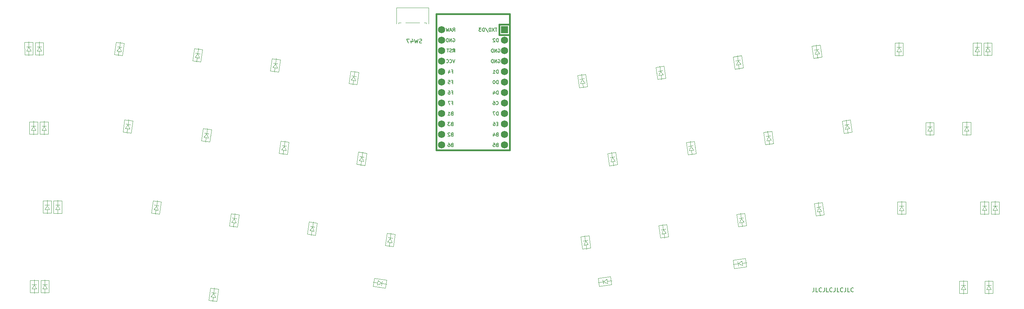
<source format=gbr>
%TF.GenerationSoftware,KiCad,Pcbnew,(5.99.0-9176-ga1730d51ff)*%
%TF.CreationDate,2021-03-31T21:37:37-05:00*%
%TF.ProjectId,Sonata,536f6e61-7461-42e6-9b69-6361645f7063,rev?*%
%TF.SameCoordinates,Original*%
%TF.FileFunction,Legend,Bot*%
%TF.FilePolarity,Positive*%
%FSLAX46Y46*%
G04 Gerber Fmt 4.6, Leading zero omitted, Abs format (unit mm)*
G04 Created by KiCad (PCBNEW (5.99.0-9176-ga1730d51ff)) date 2021-03-31 21:37:37*
%MOMM*%
%LPD*%
G01*
G04 APERTURE LIST*
%ADD10C,0.152400*%
%ADD11C,0.150000*%
%ADD12C,0.120000*%
%ADD13C,0.381000*%
%ADD14R,1.752600X1.752600*%
%ADD15C,1.752600*%
G04 APERTURE END LIST*
D10*
X277140952Y-133482380D02*
X277140952Y-134196666D01*
X277093333Y-134339523D01*
X276998095Y-134434761D01*
X276855238Y-134482380D01*
X276760000Y-134482380D01*
X278093333Y-134482380D02*
X277617142Y-134482380D01*
X277617142Y-133482380D01*
X278998095Y-134387142D02*
X278950476Y-134434761D01*
X278807619Y-134482380D01*
X278712380Y-134482380D01*
X278569523Y-134434761D01*
X278474285Y-134339523D01*
X278426666Y-134244285D01*
X278379047Y-134053809D01*
X278379047Y-133910952D01*
X278426666Y-133720476D01*
X278474285Y-133625238D01*
X278569523Y-133530000D01*
X278712380Y-133482380D01*
X278807619Y-133482380D01*
X278950476Y-133530000D01*
X278998095Y-133577619D01*
X279712380Y-133482380D02*
X279712380Y-134196666D01*
X279664761Y-134339523D01*
X279569523Y-134434761D01*
X279426666Y-134482380D01*
X279331428Y-134482380D01*
X280664761Y-134482380D02*
X280188571Y-134482380D01*
X280188571Y-133482380D01*
X281569523Y-134387142D02*
X281521904Y-134434761D01*
X281379047Y-134482380D01*
X281283809Y-134482380D01*
X281140952Y-134434761D01*
X281045714Y-134339523D01*
X280998095Y-134244285D01*
X280950476Y-134053809D01*
X280950476Y-133910952D01*
X280998095Y-133720476D01*
X281045714Y-133625238D01*
X281140952Y-133530000D01*
X281283809Y-133482380D01*
X281379047Y-133482380D01*
X281521904Y-133530000D01*
X281569523Y-133577619D01*
X282283809Y-133482380D02*
X282283809Y-134196666D01*
X282236190Y-134339523D01*
X282140952Y-134434761D01*
X281998095Y-134482380D01*
X281902857Y-134482380D01*
X283236190Y-134482380D02*
X282760000Y-134482380D01*
X282760000Y-133482380D01*
X284140952Y-134387142D02*
X284093333Y-134434761D01*
X283950476Y-134482380D01*
X283855238Y-134482380D01*
X283712380Y-134434761D01*
X283617142Y-134339523D01*
X283569523Y-134244285D01*
X283521904Y-134053809D01*
X283521904Y-133910952D01*
X283569523Y-133720476D01*
X283617142Y-133625238D01*
X283712380Y-133530000D01*
X283855238Y-133482380D01*
X283950476Y-133482380D01*
X284093333Y-133530000D01*
X284140952Y-133577619D01*
X284855238Y-133482380D02*
X284855238Y-134196666D01*
X284807619Y-134339523D01*
X284712380Y-134434761D01*
X284569523Y-134482380D01*
X284474285Y-134482380D01*
X285807619Y-134482380D02*
X285331428Y-134482380D01*
X285331428Y-133482380D01*
X286712380Y-134387142D02*
X286664761Y-134434761D01*
X286521904Y-134482380D01*
X286426666Y-134482380D01*
X286283809Y-134434761D01*
X286188571Y-134339523D01*
X286140952Y-134244285D01*
X286093333Y-134053809D01*
X286093333Y-133910952D01*
X286140952Y-133720476D01*
X286188571Y-133625238D01*
X286283809Y-133530000D01*
X286426666Y-133482380D01*
X286521904Y-133482380D01*
X286664761Y-133530000D01*
X286712380Y-133577619D01*
D11*
%TO.C,SW47*%
X182159523Y-74104761D02*
X182016666Y-74152380D01*
X181778571Y-74152380D01*
X181683333Y-74104761D01*
X181635714Y-74057142D01*
X181588095Y-73961904D01*
X181588095Y-73866666D01*
X181635714Y-73771428D01*
X181683333Y-73723809D01*
X181778571Y-73676190D01*
X181969047Y-73628571D01*
X182064285Y-73580952D01*
X182111904Y-73533333D01*
X182159523Y-73438095D01*
X182159523Y-73342857D01*
X182111904Y-73247619D01*
X182064285Y-73200000D01*
X181969047Y-73152380D01*
X181730952Y-73152380D01*
X181588095Y-73200000D01*
X181254761Y-73152380D02*
X181016666Y-74152380D01*
X180826190Y-73438095D01*
X180635714Y-74152380D01*
X180397619Y-73152380D01*
X179588095Y-73485714D02*
X179588095Y-74152380D01*
X179826190Y-73104761D02*
X180064285Y-73819047D01*
X179445238Y-73819047D01*
X179159523Y-73152380D02*
X178492857Y-73152380D01*
X178921428Y-74152380D01*
%TO.C,U1*%
X200650476Y-91621904D02*
X200650476Y-90821904D01*
X200460000Y-90821904D01*
X200345714Y-90860000D01*
X200269523Y-90936190D01*
X200231428Y-91012380D01*
X200193333Y-91164761D01*
X200193333Y-91279047D01*
X200231428Y-91431428D01*
X200269523Y-91507619D01*
X200345714Y-91583809D01*
X200460000Y-91621904D01*
X200650476Y-91621904D01*
X199926666Y-90821904D02*
X199393333Y-90821904D01*
X199736190Y-91621904D01*
X189747523Y-73080000D02*
X189823714Y-73041904D01*
X189938000Y-73041904D01*
X190052285Y-73080000D01*
X190128476Y-73156190D01*
X190166571Y-73232380D01*
X190204666Y-73384761D01*
X190204666Y-73499047D01*
X190166571Y-73651428D01*
X190128476Y-73727619D01*
X190052285Y-73803809D01*
X189938000Y-73841904D01*
X189861809Y-73841904D01*
X189747523Y-73803809D01*
X189709428Y-73765714D01*
X189709428Y-73499047D01*
X189861809Y-73499047D01*
X189366571Y-73841904D02*
X189366571Y-73041904D01*
X188909428Y-73841904D01*
X188909428Y-73041904D01*
X188528476Y-73841904D02*
X188528476Y-73041904D01*
X188338000Y-73041904D01*
X188223714Y-73080000D01*
X188147523Y-73156190D01*
X188109428Y-73232380D01*
X188071333Y-73384761D01*
X188071333Y-73499047D01*
X188109428Y-73651428D01*
X188147523Y-73727619D01*
X188223714Y-73803809D01*
X188338000Y-73841904D01*
X188528476Y-73841904D01*
X190204666Y-78121904D02*
X189938000Y-78921904D01*
X189671333Y-78121904D01*
X188947523Y-78845714D02*
X188985619Y-78883809D01*
X189099904Y-78921904D01*
X189176095Y-78921904D01*
X189290380Y-78883809D01*
X189366571Y-78807619D01*
X189404666Y-78731428D01*
X189442761Y-78579047D01*
X189442761Y-78464761D01*
X189404666Y-78312380D01*
X189366571Y-78236190D01*
X189290380Y-78160000D01*
X189176095Y-78121904D01*
X189099904Y-78121904D01*
X188985619Y-78160000D01*
X188947523Y-78198095D01*
X188147523Y-78845714D02*
X188185619Y-78883809D01*
X188299904Y-78921904D01*
X188376095Y-78921904D01*
X188490380Y-78883809D01*
X188566571Y-78807619D01*
X188604666Y-78731428D01*
X188642761Y-78579047D01*
X188642761Y-78464761D01*
X188604666Y-78312380D01*
X188566571Y-78236190D01*
X188490380Y-78160000D01*
X188376095Y-78121904D01*
X188299904Y-78121904D01*
X188185619Y-78160000D01*
X188147523Y-78198095D01*
X200650476Y-84001904D02*
X200650476Y-83201904D01*
X200460000Y-83201904D01*
X200345714Y-83240000D01*
X200269523Y-83316190D01*
X200231428Y-83392380D01*
X200193333Y-83544761D01*
X200193333Y-83659047D01*
X200231428Y-83811428D01*
X200269523Y-83887619D01*
X200345714Y-83963809D01*
X200460000Y-84001904D01*
X200650476Y-84001904D01*
X199698095Y-83201904D02*
X199621904Y-83201904D01*
X199545714Y-83240000D01*
X199507619Y-83278095D01*
X199469523Y-83354285D01*
X199431428Y-83506666D01*
X199431428Y-83697142D01*
X199469523Y-83849523D01*
X199507619Y-83925714D01*
X199545714Y-83963809D01*
X199621904Y-84001904D01*
X199698095Y-84001904D01*
X199774285Y-83963809D01*
X199812380Y-83925714D01*
X199850476Y-83849523D01*
X199888571Y-83697142D01*
X199888571Y-83506666D01*
X199850476Y-83354285D01*
X199812380Y-83278095D01*
X199774285Y-83240000D01*
X199698095Y-83201904D01*
X189404666Y-86122857D02*
X189671333Y-86122857D01*
X189671333Y-86541904D02*
X189671333Y-85741904D01*
X189290380Y-85741904D01*
X188642761Y-85741904D02*
X188795142Y-85741904D01*
X188871333Y-85780000D01*
X188909428Y-85818095D01*
X188985619Y-85932380D01*
X189023714Y-86084761D01*
X189023714Y-86389523D01*
X188985619Y-86465714D01*
X188947523Y-86503809D01*
X188871333Y-86541904D01*
X188718952Y-86541904D01*
X188642761Y-86503809D01*
X188604666Y-86465714D01*
X188566571Y-86389523D01*
X188566571Y-86199047D01*
X188604666Y-86122857D01*
X188642761Y-86084761D01*
X188718952Y-86046666D01*
X188871333Y-86046666D01*
X188947523Y-86084761D01*
X188985619Y-86122857D01*
X189023714Y-86199047D01*
X189461809Y-91202857D02*
X189347523Y-91240952D01*
X189309428Y-91279047D01*
X189271333Y-91355238D01*
X189271333Y-91469523D01*
X189309428Y-91545714D01*
X189347523Y-91583809D01*
X189423714Y-91621904D01*
X189728476Y-91621904D01*
X189728476Y-90821904D01*
X189461809Y-90821904D01*
X189385619Y-90860000D01*
X189347523Y-90898095D01*
X189309428Y-90974285D01*
X189309428Y-91050476D01*
X189347523Y-91126666D01*
X189385619Y-91164761D01*
X189461809Y-91202857D01*
X189728476Y-91202857D01*
X188509428Y-91621904D02*
X188966571Y-91621904D01*
X188738000Y-91621904D02*
X188738000Y-90821904D01*
X188814190Y-90936190D01*
X188890380Y-91012380D01*
X188966571Y-91050476D01*
X200669523Y-78160000D02*
X200745714Y-78121904D01*
X200860000Y-78121904D01*
X200974285Y-78160000D01*
X201050476Y-78236190D01*
X201088571Y-78312380D01*
X201126666Y-78464761D01*
X201126666Y-78579047D01*
X201088571Y-78731428D01*
X201050476Y-78807619D01*
X200974285Y-78883809D01*
X200860000Y-78921904D01*
X200783809Y-78921904D01*
X200669523Y-78883809D01*
X200631428Y-78845714D01*
X200631428Y-78579047D01*
X200783809Y-78579047D01*
X200288571Y-78921904D02*
X200288571Y-78121904D01*
X199831428Y-78921904D01*
X199831428Y-78121904D01*
X199450476Y-78921904D02*
X199450476Y-78121904D01*
X199260000Y-78121904D01*
X199145714Y-78160000D01*
X199069523Y-78236190D01*
X199031428Y-78312380D01*
X198993333Y-78464761D01*
X198993333Y-78579047D01*
X199031428Y-78731428D01*
X199069523Y-78807619D01*
X199145714Y-78883809D01*
X199260000Y-78921904D01*
X199450476Y-78921904D01*
X189404666Y-81042857D02*
X189671333Y-81042857D01*
X189671333Y-81461904D02*
X189671333Y-80661904D01*
X189290380Y-80661904D01*
X188642761Y-80928571D02*
X188642761Y-81461904D01*
X188833238Y-80623809D02*
X189023714Y-81195238D01*
X188528476Y-81195238D01*
X200650476Y-86541904D02*
X200650476Y-85741904D01*
X200460000Y-85741904D01*
X200345714Y-85780000D01*
X200269523Y-85856190D01*
X200231428Y-85932380D01*
X200193333Y-86084761D01*
X200193333Y-86199047D01*
X200231428Y-86351428D01*
X200269523Y-86427619D01*
X200345714Y-86503809D01*
X200460000Y-86541904D01*
X200650476Y-86541904D01*
X199507619Y-86008571D02*
X199507619Y-86541904D01*
X199698095Y-85703809D02*
X199888571Y-86275238D01*
X199393333Y-86275238D01*
X189461809Y-93742857D02*
X189347523Y-93780952D01*
X189309428Y-93819047D01*
X189271333Y-93895238D01*
X189271333Y-94009523D01*
X189309428Y-94085714D01*
X189347523Y-94123809D01*
X189423714Y-94161904D01*
X189728476Y-94161904D01*
X189728476Y-93361904D01*
X189461809Y-93361904D01*
X189385619Y-93400000D01*
X189347523Y-93438095D01*
X189309428Y-93514285D01*
X189309428Y-93590476D01*
X189347523Y-93666666D01*
X189385619Y-93704761D01*
X189461809Y-93742857D01*
X189728476Y-93742857D01*
X189004666Y-93361904D02*
X188509428Y-93361904D01*
X188776095Y-93666666D01*
X188661809Y-93666666D01*
X188585619Y-93704761D01*
X188547523Y-93742857D01*
X188509428Y-93819047D01*
X188509428Y-94009523D01*
X188547523Y-94085714D01*
X188585619Y-94123809D01*
X188661809Y-94161904D01*
X188890380Y-94161904D01*
X188966571Y-94123809D01*
X189004666Y-94085714D01*
X189399213Y-76313809D02*
X189284927Y-76351904D01*
X189094451Y-76351904D01*
X189018260Y-76313809D01*
X188980165Y-76275714D01*
X188942070Y-76199523D01*
X188942070Y-76123333D01*
X188980165Y-76047142D01*
X189018260Y-76009047D01*
X189094451Y-75970952D01*
X189246832Y-75932857D01*
X189323022Y-75894761D01*
X189361118Y-75856666D01*
X189399213Y-75780476D01*
X189399213Y-75704285D01*
X189361118Y-75628095D01*
X189323022Y-75590000D01*
X189246832Y-75551904D01*
X189056356Y-75551904D01*
X188942070Y-75590000D01*
X188713499Y-75551904D02*
X188256356Y-75551904D01*
X188484927Y-76351904D02*
X188484927Y-75551904D01*
X189404666Y-88662857D02*
X189671333Y-88662857D01*
X189671333Y-89081904D02*
X189671333Y-88281904D01*
X189290380Y-88281904D01*
X189061809Y-88281904D02*
X188528476Y-88281904D01*
X188871333Y-89081904D01*
X200193333Y-89005714D02*
X200231428Y-89043809D01*
X200345714Y-89081904D01*
X200421904Y-89081904D01*
X200536190Y-89043809D01*
X200612380Y-88967619D01*
X200650476Y-88891428D01*
X200688571Y-88739047D01*
X200688571Y-88624761D01*
X200650476Y-88472380D01*
X200612380Y-88396190D01*
X200536190Y-88320000D01*
X200421904Y-88281904D01*
X200345714Y-88281904D01*
X200231428Y-88320000D01*
X200193333Y-88358095D01*
X199507619Y-88281904D02*
X199660000Y-88281904D01*
X199736190Y-88320000D01*
X199774285Y-88358095D01*
X199850476Y-88472380D01*
X199888571Y-88624761D01*
X199888571Y-88929523D01*
X199850476Y-89005714D01*
X199812380Y-89043809D01*
X199736190Y-89081904D01*
X199583809Y-89081904D01*
X199507619Y-89043809D01*
X199469523Y-89005714D01*
X199431428Y-88929523D01*
X199431428Y-88739047D01*
X199469523Y-88662857D01*
X199507619Y-88624761D01*
X199583809Y-88586666D01*
X199736190Y-88586666D01*
X199812380Y-88624761D01*
X199850476Y-88662857D01*
X199888571Y-88739047D01*
X189461809Y-96282857D02*
X189347523Y-96320952D01*
X189309428Y-96359047D01*
X189271333Y-96435238D01*
X189271333Y-96549523D01*
X189309428Y-96625714D01*
X189347523Y-96663809D01*
X189423714Y-96701904D01*
X189728476Y-96701904D01*
X189728476Y-95901904D01*
X189461809Y-95901904D01*
X189385619Y-95940000D01*
X189347523Y-95978095D01*
X189309428Y-96054285D01*
X189309428Y-96130476D01*
X189347523Y-96206666D01*
X189385619Y-96244761D01*
X189461809Y-96282857D01*
X189728476Y-96282857D01*
X188966571Y-95978095D02*
X188928476Y-95940000D01*
X188852285Y-95901904D01*
X188661809Y-95901904D01*
X188585619Y-95940000D01*
X188547523Y-95978095D01*
X188509428Y-96054285D01*
X188509428Y-96130476D01*
X188547523Y-96244761D01*
X189004666Y-96701904D01*
X188509428Y-96701904D01*
X189461809Y-98822857D02*
X189347523Y-98860952D01*
X189309428Y-98899047D01*
X189271333Y-98975238D01*
X189271333Y-99089523D01*
X189309428Y-99165714D01*
X189347523Y-99203809D01*
X189423714Y-99241904D01*
X189728476Y-99241904D01*
X189728476Y-98441904D01*
X189461809Y-98441904D01*
X189385619Y-98480000D01*
X189347523Y-98518095D01*
X189309428Y-98594285D01*
X189309428Y-98670476D01*
X189347523Y-98746666D01*
X189385619Y-98784761D01*
X189461809Y-98822857D01*
X189728476Y-98822857D01*
X188585619Y-98441904D02*
X188738000Y-98441904D01*
X188814190Y-98480000D01*
X188852285Y-98518095D01*
X188928476Y-98632380D01*
X188966571Y-98784761D01*
X188966571Y-99089523D01*
X188928476Y-99165714D01*
X188890380Y-99203809D01*
X188814190Y-99241904D01*
X188661809Y-99241904D01*
X188585619Y-99203809D01*
X188547523Y-99165714D01*
X188509428Y-99089523D01*
X188509428Y-98899047D01*
X188547523Y-98822857D01*
X188585619Y-98784761D01*
X188661809Y-98746666D01*
X188814190Y-98746666D01*
X188890380Y-98784761D01*
X188928476Y-98822857D01*
X188966571Y-98899047D01*
X189690380Y-71301904D02*
X189957047Y-70920952D01*
X190147523Y-71301904D02*
X190147523Y-70501904D01*
X189842761Y-70501904D01*
X189766571Y-70540000D01*
X189728476Y-70578095D01*
X189690380Y-70654285D01*
X189690380Y-70768571D01*
X189728476Y-70844761D01*
X189766571Y-70882857D01*
X189842761Y-70920952D01*
X190147523Y-70920952D01*
X189385619Y-71073333D02*
X189004666Y-71073333D01*
X189461809Y-71301904D02*
X189195142Y-70501904D01*
X188928476Y-71301904D01*
X188738000Y-70501904D02*
X188547523Y-71301904D01*
X188395142Y-70730476D01*
X188242761Y-71301904D01*
X188052285Y-70501904D01*
X189404666Y-83582857D02*
X189671333Y-83582857D01*
X189671333Y-84001904D02*
X189671333Y-83201904D01*
X189290380Y-83201904D01*
X188604666Y-83201904D02*
X188985619Y-83201904D01*
X189023714Y-83582857D01*
X188985619Y-83544761D01*
X188909428Y-83506666D01*
X188718952Y-83506666D01*
X188642761Y-83544761D01*
X188604666Y-83582857D01*
X188566571Y-83659047D01*
X188566571Y-83849523D01*
X188604666Y-83925714D01*
X188642761Y-83963809D01*
X188718952Y-84001904D01*
X188909428Y-84001904D01*
X188985619Y-83963809D01*
X189023714Y-83925714D01*
X200361348Y-70501904D02*
X199904205Y-70501904D01*
X200132776Y-71301904D02*
X200132776Y-70501904D01*
X199713729Y-70501904D02*
X199180395Y-71301904D01*
X199180395Y-70501904D02*
X199713729Y-71301904D01*
X198723252Y-70501904D02*
X198647062Y-70501904D01*
X198570872Y-70540000D01*
X198532776Y-70578095D01*
X198494681Y-70654285D01*
X198456586Y-70806666D01*
X198456586Y-70997142D01*
X198494681Y-71149523D01*
X198532776Y-71225714D01*
X198570872Y-71263809D01*
X198647062Y-71301904D01*
X198723252Y-71301904D01*
X198799443Y-71263809D01*
X198837538Y-71225714D01*
X198875633Y-71149523D01*
X198913729Y-70997142D01*
X198913729Y-70806666D01*
X198875633Y-70654285D01*
X198837538Y-70578095D01*
X198799443Y-70540000D01*
X198723252Y-70501904D01*
X197542300Y-70463809D02*
X198228014Y-71492380D01*
X197275633Y-71301904D02*
X197275633Y-70501904D01*
X197085157Y-70501904D01*
X196970872Y-70540000D01*
X196894681Y-70616190D01*
X196856586Y-70692380D01*
X196818491Y-70844761D01*
X196818491Y-70959047D01*
X196856586Y-71111428D01*
X196894681Y-71187619D01*
X196970872Y-71263809D01*
X197085157Y-71301904D01*
X197275633Y-71301904D01*
X196551824Y-70501904D02*
X196056586Y-70501904D01*
X196323252Y-70806666D01*
X196208967Y-70806666D01*
X196132776Y-70844761D01*
X196094681Y-70882857D01*
X196056586Y-70959047D01*
X196056586Y-71149523D01*
X196094681Y-71225714D01*
X196132776Y-71263809D01*
X196208967Y-71301904D01*
X196437538Y-71301904D01*
X196513729Y-71263809D01*
X196551824Y-71225714D01*
X200612380Y-93742857D02*
X200345714Y-93742857D01*
X200231428Y-94161904D02*
X200612380Y-94161904D01*
X200612380Y-93361904D01*
X200231428Y-93361904D01*
X199545714Y-93361904D02*
X199698095Y-93361904D01*
X199774285Y-93400000D01*
X199812380Y-93438095D01*
X199888571Y-93552380D01*
X199926666Y-93704761D01*
X199926666Y-94009523D01*
X199888571Y-94085714D01*
X199850476Y-94123809D01*
X199774285Y-94161904D01*
X199621904Y-94161904D01*
X199545714Y-94123809D01*
X199507619Y-94085714D01*
X199469523Y-94009523D01*
X199469523Y-93819047D01*
X199507619Y-93742857D01*
X199545714Y-93704761D01*
X199621904Y-93666666D01*
X199774285Y-93666666D01*
X199850476Y-93704761D01*
X199888571Y-93742857D01*
X199926666Y-93819047D01*
X200650476Y-73841904D02*
X200650476Y-73041904D01*
X200460000Y-73041904D01*
X200345714Y-73080000D01*
X200269523Y-73156190D01*
X200231428Y-73232380D01*
X200193333Y-73384761D01*
X200193333Y-73499047D01*
X200231428Y-73651428D01*
X200269523Y-73727619D01*
X200345714Y-73803809D01*
X200460000Y-73841904D01*
X200650476Y-73841904D01*
X199888571Y-73118095D02*
X199850476Y-73080000D01*
X199774285Y-73041904D01*
X199583809Y-73041904D01*
X199507619Y-73080000D01*
X199469523Y-73118095D01*
X199431428Y-73194285D01*
X199431428Y-73270476D01*
X199469523Y-73384761D01*
X199926666Y-73841904D01*
X199431428Y-73841904D01*
X200650476Y-81461904D02*
X200650476Y-80661904D01*
X200460000Y-80661904D01*
X200345714Y-80700000D01*
X200269523Y-80776190D01*
X200231428Y-80852380D01*
X200193333Y-81004761D01*
X200193333Y-81119047D01*
X200231428Y-81271428D01*
X200269523Y-81347619D01*
X200345714Y-81423809D01*
X200460000Y-81461904D01*
X200650476Y-81461904D01*
X199431428Y-81461904D02*
X199888571Y-81461904D01*
X199660000Y-81461904D02*
X199660000Y-80661904D01*
X199736190Y-80776190D01*
X199812380Y-80852380D01*
X199888571Y-80890476D01*
X200669523Y-75620000D02*
X200745714Y-75581904D01*
X200860000Y-75581904D01*
X200974285Y-75620000D01*
X201050476Y-75696190D01*
X201088571Y-75772380D01*
X201126666Y-75924761D01*
X201126666Y-76039047D01*
X201088571Y-76191428D01*
X201050476Y-76267619D01*
X200974285Y-76343809D01*
X200860000Y-76381904D01*
X200783809Y-76381904D01*
X200669523Y-76343809D01*
X200631428Y-76305714D01*
X200631428Y-76039047D01*
X200783809Y-76039047D01*
X200288571Y-76381904D02*
X200288571Y-75581904D01*
X199831428Y-76381904D01*
X199831428Y-75581904D01*
X199450476Y-76381904D02*
X199450476Y-75581904D01*
X199260000Y-75581904D01*
X199145714Y-75620000D01*
X199069523Y-75696190D01*
X199031428Y-75772380D01*
X198993333Y-75924761D01*
X198993333Y-76039047D01*
X199031428Y-76191428D01*
X199069523Y-76267619D01*
X199145714Y-76343809D01*
X199260000Y-76381904D01*
X199450476Y-76381904D01*
X200383809Y-96282857D02*
X200269523Y-96320952D01*
X200231428Y-96359047D01*
X200193333Y-96435238D01*
X200193333Y-96549523D01*
X200231428Y-96625714D01*
X200269523Y-96663809D01*
X200345714Y-96701904D01*
X200650476Y-96701904D01*
X200650476Y-95901904D01*
X200383809Y-95901904D01*
X200307619Y-95940000D01*
X200269523Y-95978095D01*
X200231428Y-96054285D01*
X200231428Y-96130476D01*
X200269523Y-96206666D01*
X200307619Y-96244761D01*
X200383809Y-96282857D01*
X200650476Y-96282857D01*
X199507619Y-96168571D02*
X199507619Y-96701904D01*
X199698095Y-95863809D02*
X199888571Y-96435238D01*
X199393333Y-96435238D01*
X200383809Y-98822857D02*
X200269523Y-98860952D01*
X200231428Y-98899047D01*
X200193333Y-98975238D01*
X200193333Y-99089523D01*
X200231428Y-99165714D01*
X200269523Y-99203809D01*
X200345714Y-99241904D01*
X200650476Y-99241904D01*
X200650476Y-98441904D01*
X200383809Y-98441904D01*
X200307619Y-98480000D01*
X200269523Y-98518095D01*
X200231428Y-98594285D01*
X200231428Y-98670476D01*
X200269523Y-98746666D01*
X200307619Y-98784761D01*
X200383809Y-98822857D01*
X200650476Y-98822857D01*
X199469523Y-98441904D02*
X199850476Y-98441904D01*
X199888571Y-98822857D01*
X199850476Y-98784761D01*
X199774285Y-98746666D01*
X199583809Y-98746666D01*
X199507619Y-98784761D01*
X199469523Y-98822857D01*
X199431428Y-98899047D01*
X199431428Y-99089523D01*
X199469523Y-99165714D01*
X199507619Y-99203809D01*
X199583809Y-99241904D01*
X199774285Y-99241904D01*
X199850476Y-99203809D01*
X199888571Y-99165714D01*
D12*
%TO.C,SW47*%
X181625000Y-69232500D02*
X178225000Y-69232500D01*
X183265000Y-69232500D02*
X182725000Y-69232500D01*
X177125000Y-69232500D02*
X176585000Y-69232500D01*
X176585000Y-69232500D02*
X176585000Y-69462500D01*
X183785000Y-65562500D02*
X183785000Y-69462500D01*
X176065000Y-65562500D02*
X176065000Y-69462500D01*
X183785000Y-65562500D02*
X176065000Y-65562500D01*
X183265000Y-69232500D02*
X183265000Y-69462500D01*
%TO.C,D2*%
X109141918Y-73883974D02*
X108963777Y-75151517D01*
X109360740Y-76207036D02*
X108291251Y-76056729D01*
X108677080Y-77191469D02*
X108825995Y-76131882D01*
X110115646Y-74212690D02*
X108135110Y-73934343D01*
X109506872Y-75167254D02*
X108437382Y-75016947D01*
X108958210Y-75191128D02*
X108291251Y-76056729D01*
X108135110Y-73934343D02*
X107728885Y-76896637D01*
X110114254Y-74222592D02*
X109700910Y-77163688D01*
X109699519Y-77173591D02*
X107728885Y-76896637D01*
X108966721Y-75202422D02*
X109364915Y-76177328D01*
%TO.C,D37*%
X90690000Y-96362500D02*
X90690000Y-95292500D01*
X91230000Y-94242500D02*
X90150000Y-94242500D01*
X91700000Y-96202500D02*
X89710000Y-96202500D01*
X90700000Y-94352500D02*
X91230000Y-95262500D01*
X91230000Y-95292500D02*
X90150000Y-95292500D01*
X90690000Y-94342500D02*
X90150000Y-95292500D01*
X90690000Y-93022500D02*
X90690000Y-94302500D01*
X89700000Y-93212500D02*
X89710000Y-96202500D01*
X91700000Y-93212500D02*
X89700000Y-93212500D01*
X91700000Y-93222500D02*
X91700000Y-96192500D01*
%TO.C,D44*%
X240483008Y-80812514D02*
X239413518Y-80962821D01*
X238824549Y-80005473D02*
X239250580Y-82964983D01*
X240806477Y-79737030D02*
X241219821Y-82678126D01*
X239973475Y-80995206D02*
X240624964Y-81822588D01*
X241221213Y-82688028D02*
X239250580Y-82964983D01*
X240629140Y-81852296D02*
X239559650Y-82002603D01*
X239962180Y-80986695D02*
X239559650Y-82002603D01*
X239778472Y-79679541D02*
X239956613Y-80947084D01*
X240805086Y-79727127D02*
X238824549Y-80005473D01*
X240243310Y-82987036D02*
X240094395Y-81927449D01*
%TO.C,D1*%
X86980000Y-77142500D02*
X86980000Y-76072500D01*
X87990000Y-76982500D02*
X86000000Y-76982500D01*
X86980000Y-73802500D02*
X86980000Y-75082500D01*
X87520000Y-75022500D02*
X86440000Y-75022500D01*
X87990000Y-73992500D02*
X85990000Y-73992500D01*
X87520000Y-76072500D02*
X86440000Y-76072500D01*
X86980000Y-75122500D02*
X86440000Y-76072500D01*
X87990000Y-74002500D02*
X87990000Y-76972500D01*
X85990000Y-73992500D02*
X86000000Y-76982500D01*
X86990000Y-75132500D02*
X87520000Y-76042500D01*
%TO.C,D25*%
X91420000Y-132702500D02*
X90340000Y-132702500D01*
X91890000Y-134662500D02*
X89900000Y-134662500D01*
X91890000Y-131682500D02*
X91890000Y-134652500D01*
X90880000Y-132802500D02*
X90340000Y-133752500D01*
X90880000Y-131482500D02*
X90880000Y-132762500D01*
X90890000Y-132812500D02*
X91420000Y-133722500D01*
X89890000Y-131672500D02*
X89900000Y-134662500D01*
X91420000Y-133752500D02*
X90340000Y-133752500D01*
X91890000Y-131672500D02*
X89890000Y-131672500D01*
X90880000Y-134822500D02*
X90880000Y-133752500D01*
%TO.C,D24*%
X313870000Y-133932500D02*
X312790000Y-133932500D01*
X314340000Y-131862500D02*
X314340000Y-134832500D01*
X314340000Y-134842500D02*
X312350000Y-134842500D01*
X313340000Y-132992500D02*
X313870000Y-133902500D01*
X313870000Y-132882500D02*
X312790000Y-132882500D01*
X314340000Y-131852500D02*
X312340000Y-131852500D01*
X313330000Y-135002500D02*
X313330000Y-133932500D01*
X313330000Y-132982500D02*
X312790000Y-133932500D01*
X313330000Y-131662500D02*
X313330000Y-132942500D01*
X312340000Y-131852500D02*
X312350000Y-134842500D01*
%TO.C,D3*%
X146746721Y-79192422D02*
X147144915Y-80167328D01*
X146921918Y-77873974D02*
X146743777Y-79141517D01*
X147895646Y-78202690D02*
X145915110Y-77924343D01*
X147140740Y-80197036D02*
X146071251Y-80046729D01*
X147286872Y-79157254D02*
X146217382Y-79006947D01*
X146457080Y-81181469D02*
X146605995Y-80121882D01*
X147479519Y-81163591D02*
X145508885Y-80886637D01*
X147894254Y-78212592D02*
X147480910Y-81153688D01*
X145915110Y-77924343D02*
X145508885Y-80886637D01*
X146738210Y-79181128D02*
X146071251Y-80046729D01*
%TO.C,D30*%
X320500000Y-131862500D02*
X320500000Y-134832500D01*
X320030000Y-133932500D02*
X318950000Y-133932500D01*
X320500000Y-131852500D02*
X318500000Y-131852500D01*
X319500000Y-132992500D02*
X320030000Y-133902500D01*
X320500000Y-134842500D02*
X318510000Y-134842500D01*
X319490000Y-135002500D02*
X319490000Y-133932500D01*
X320030000Y-132882500D02*
X318950000Y-132882500D01*
X319490000Y-132982500D02*
X318950000Y-133932500D01*
X318500000Y-131852500D02*
X318510000Y-134842500D01*
X319490000Y-131662500D02*
X319490000Y-132942500D01*
%TO.C,D15*%
X155871918Y-117453974D02*
X155693777Y-118721517D01*
X156236872Y-118737254D02*
X155167382Y-118586947D01*
X156844254Y-117792592D02*
X156430910Y-120733688D01*
X154865110Y-117504343D02*
X154458885Y-120466637D01*
X155688210Y-118761128D02*
X155021251Y-119626729D01*
X156845646Y-117782690D02*
X154865110Y-117504343D01*
X155407080Y-120761469D02*
X155555995Y-119701882D01*
X156090740Y-119777036D02*
X155021251Y-119626729D01*
X155696721Y-118772422D02*
X156094915Y-119747328D01*
X156429519Y-120743591D02*
X154458885Y-120466637D01*
%TO.C,D38*%
X128446872Y-76707254D02*
X127377382Y-76556947D01*
X127906721Y-76742422D02*
X128304915Y-77717328D01*
X129055646Y-75752690D02*
X127075110Y-75474343D01*
X127898210Y-76731128D02*
X127231251Y-77596729D01*
X129054254Y-75762592D02*
X128640910Y-78703688D01*
X127617080Y-78731469D02*
X127765995Y-77671882D01*
X128300740Y-77747036D02*
X127231251Y-77596729D01*
X128081918Y-75423974D02*
X127903777Y-76691517D01*
X127075110Y-75474343D02*
X126668885Y-78436637D01*
X128639519Y-78713591D02*
X126668885Y-78436637D01*
%TO.C,D39*%
X165746721Y-82262422D02*
X166144915Y-83237328D01*
X165457080Y-84251469D02*
X165605995Y-83191882D01*
X165738210Y-82251128D02*
X165071251Y-83116729D01*
X166286872Y-82227254D02*
X165217382Y-82076947D01*
X164915110Y-80994343D02*
X164508885Y-83956637D01*
X165921918Y-80943974D02*
X165743777Y-82211517D01*
X166479519Y-84233591D02*
X164508885Y-83956637D01*
X166895646Y-81272690D02*
X164915110Y-80994343D01*
X166894254Y-81282592D02*
X166480910Y-84223688D01*
X166140740Y-83267036D02*
X165071251Y-83116729D01*
%TO.C,D14*%
X119075646Y-112642690D02*
X117095110Y-112364343D01*
X118466872Y-113597254D02*
X117397382Y-113446947D01*
X117095110Y-112364343D02*
X116688885Y-115326637D01*
X118320740Y-114637036D02*
X117251251Y-114486729D01*
X119074254Y-112652592D02*
X118660910Y-115593688D01*
X118101918Y-112313974D02*
X117923777Y-113581517D01*
X118659519Y-115603591D02*
X116688885Y-115326637D01*
X117926721Y-113632422D02*
X118324915Y-114607328D01*
X117637080Y-115621469D02*
X117785995Y-114561882D01*
X117918210Y-113621128D02*
X117251251Y-114486729D01*
%TO.C,D13*%
X92440000Y-112412500D02*
X92440000Y-115382500D01*
X92440000Y-112402500D02*
X90440000Y-112402500D01*
X91430000Y-112212500D02*
X91430000Y-113492500D01*
X91970000Y-114482500D02*
X90890000Y-114482500D01*
X90440000Y-112402500D02*
X90450000Y-115392500D01*
X91430000Y-113532500D02*
X90890000Y-114482500D01*
X91970000Y-113432500D02*
X90890000Y-113432500D01*
X91440000Y-113542500D02*
X91970000Y-114452500D01*
X92440000Y-115392500D02*
X90450000Y-115392500D01*
X91430000Y-115552500D02*
X91430000Y-114482500D01*
%TO.C,D26*%
X136778210Y-116741128D02*
X136111251Y-117606729D01*
X137326872Y-116717254D02*
X136257382Y-116566947D01*
X137519519Y-118723591D02*
X135548885Y-118446637D01*
X137935646Y-115762690D02*
X135955110Y-115484343D01*
X137934254Y-115772592D02*
X137520910Y-118713688D01*
X136497080Y-118741469D02*
X136645995Y-117681882D01*
X136961918Y-115433974D02*
X136783777Y-116701517D01*
X135955110Y-115484343D02*
X135548885Y-118446637D01*
X136786721Y-116752422D02*
X137184915Y-117727328D01*
X137180740Y-117757036D02*
X136111251Y-117606729D01*
%TO.C,D6*%
X317680000Y-74132500D02*
X315680000Y-74132500D01*
X316670000Y-75262500D02*
X316130000Y-76212500D01*
X317210000Y-76212500D02*
X316130000Y-76212500D01*
X316670000Y-77282500D02*
X316670000Y-76212500D01*
X316680000Y-75272500D02*
X317210000Y-76182500D01*
X317210000Y-75162500D02*
X316130000Y-75162500D01*
X317680000Y-74142500D02*
X317680000Y-77112500D01*
X316670000Y-73942500D02*
X316670000Y-75222500D01*
X317680000Y-77122500D02*
X315690000Y-77122500D01*
X315680000Y-74132500D02*
X315690000Y-77122500D01*
%TO.C,D5*%
X259405640Y-79321461D02*
X258336150Y-79471768D01*
X259582977Y-77206195D02*
X259996321Y-80147291D01*
X257601049Y-77474638D02*
X258027080Y-80434148D01*
X259019810Y-80456201D02*
X258870895Y-79396614D01*
X258554972Y-77148706D02*
X258733113Y-78416249D01*
X258749975Y-78464371D02*
X259401464Y-79291753D01*
X258738680Y-78455860D02*
X258336150Y-79471768D01*
X259259508Y-78281679D02*
X258190018Y-78431986D01*
X259581586Y-77196292D02*
X257601049Y-77474638D01*
X259997713Y-80157193D02*
X258027080Y-80434148D01*
%TO.C,D17*%
X259338472Y-115369541D02*
X259516613Y-116637084D01*
X259803310Y-118677036D02*
X259654395Y-117617449D01*
X260189140Y-117542296D02*
X259119650Y-117692603D01*
X260043008Y-116502514D02*
X258973518Y-116652821D01*
X260366477Y-115427030D02*
X260779821Y-118368126D01*
X258384549Y-115695473D02*
X258810580Y-118654983D01*
X259533475Y-116685206D02*
X260184964Y-117512588D01*
X260781213Y-118378028D02*
X258810580Y-118654983D01*
X259522180Y-116676695D02*
X259119650Y-117692603D01*
X260365086Y-115417127D02*
X258384549Y-115695473D01*
%TO.C,D35*%
X296750000Y-74143475D02*
X296760000Y-77133475D01*
X298750000Y-74143475D02*
X296750000Y-74143475D01*
X297740000Y-75273475D02*
X297200000Y-76223475D01*
X298280000Y-75173475D02*
X297200000Y-75173475D01*
X297750000Y-75283475D02*
X298280000Y-76193475D01*
X297740000Y-73953475D02*
X297740000Y-75233475D01*
X297740000Y-77293475D02*
X297740000Y-76223475D01*
X298750000Y-74153475D02*
X298750000Y-77123475D01*
X298750000Y-77133475D02*
X296760000Y-77133475D01*
X298280000Y-76223475D02*
X297200000Y-76223475D01*
%TO.C,D21*%
X173365785Y-133555895D02*
X173644132Y-131575359D01*
X170387006Y-132117329D02*
X171446593Y-132266244D01*
X170404884Y-133139768D02*
X170681838Y-131169134D01*
X172411221Y-132947121D02*
X172561528Y-131877631D01*
X173644132Y-131575359D02*
X170681838Y-131169134D01*
X171371439Y-132800989D02*
X171521746Y-131731500D01*
X173694501Y-132582167D02*
X172426958Y-132404026D01*
X173355883Y-133554503D02*
X170414787Y-133141159D01*
X172376053Y-132406970D02*
X171401147Y-132805164D01*
X172387347Y-132398459D02*
X171521746Y-131731500D01*
%TO.C,D32*%
X130460740Y-97147036D02*
X129391251Y-96996729D01*
X130241918Y-94823974D02*
X130063777Y-96091517D01*
X129777080Y-98131469D02*
X129925995Y-97071882D01*
X130799519Y-98113591D02*
X128828885Y-97836637D01*
X130606872Y-96107254D02*
X129537382Y-95956947D01*
X130066721Y-96142422D02*
X130464915Y-97117328D01*
X131215646Y-95152690D02*
X129235110Y-94874343D01*
X131214254Y-95162592D02*
X130800910Y-98103688D01*
X130058210Y-96131128D02*
X129391251Y-96996729D01*
X129235110Y-94874343D02*
X128828885Y-97836637D01*
%TO.C,D36*%
X321560000Y-113632500D02*
X320480000Y-113632500D01*
X320030000Y-112602500D02*
X320040000Y-115592500D01*
X322030000Y-112602500D02*
X320030000Y-112602500D01*
X321560000Y-114682500D02*
X320480000Y-114682500D01*
X321020000Y-115752500D02*
X321020000Y-114682500D01*
X321020000Y-113732500D02*
X320480000Y-114682500D01*
X322030000Y-112612500D02*
X322030000Y-115582500D01*
X321020000Y-112412500D02*
X321020000Y-113692500D01*
X322030000Y-115592500D02*
X320040000Y-115592500D01*
X321030000Y-113742500D02*
X321560000Y-114652500D01*
%TO.C,D8*%
X110737080Y-95971469D02*
X110885995Y-94911882D01*
X110195110Y-92714343D02*
X109788885Y-95676637D01*
X111566872Y-93947254D02*
X110497382Y-93796947D01*
X112175646Y-92992690D02*
X110195110Y-92714343D01*
X111420740Y-94987036D02*
X110351251Y-94836729D01*
X111026721Y-93982422D02*
X111424915Y-94957328D01*
X111201918Y-92663974D02*
X111023777Y-93931517D01*
X112174254Y-93002592D02*
X111760910Y-95943688D01*
X111759519Y-95953591D02*
X109788885Y-95676637D01*
X111018210Y-93971128D02*
X110351251Y-94836729D01*
%TO.C,D11*%
X266373310Y-98777036D02*
X266224395Y-97717449D01*
X265908472Y-95469541D02*
X266086613Y-96737084D01*
X266935086Y-95517127D02*
X264954549Y-95795473D01*
X264954549Y-95795473D02*
X265380580Y-98754983D01*
X266936477Y-95527030D02*
X267349821Y-98468126D01*
X266759140Y-97642296D02*
X265689650Y-97792603D01*
X266103475Y-96785206D02*
X266754964Y-97612588D01*
X266613008Y-96602514D02*
X265543518Y-96752821D01*
X267351213Y-98478028D02*
X265380580Y-98754983D01*
X266092180Y-96776695D02*
X265689650Y-97792603D01*
%TO.C,D19*%
X89320000Y-131672500D02*
X87320000Y-131672500D01*
X87320000Y-131672500D02*
X87330000Y-134662500D01*
X89320000Y-131682500D02*
X89320000Y-134652500D01*
X88320000Y-132812500D02*
X88850000Y-133722500D01*
X88850000Y-133752500D02*
X87770000Y-133752500D01*
X89320000Y-134662500D02*
X87330000Y-134662500D01*
X88310000Y-131482500D02*
X88310000Y-132762500D01*
X88310000Y-134822500D02*
X88310000Y-133752500D01*
X88310000Y-132802500D02*
X87770000Y-133752500D01*
X88850000Y-132702500D02*
X87770000Y-132702500D01*
%TO.C,D18*%
X319460000Y-112602500D02*
X317460000Y-112602500D01*
X318990000Y-114682500D02*
X317910000Y-114682500D01*
X318450000Y-112412500D02*
X318450000Y-113692500D01*
X318460000Y-113742500D02*
X318990000Y-114652500D01*
X317460000Y-112602500D02*
X317470000Y-115592500D01*
X319460000Y-112612500D02*
X319460000Y-115582500D01*
X318450000Y-113732500D02*
X317910000Y-114682500D01*
X318450000Y-115752500D02*
X318450000Y-114682500D01*
X318990000Y-113632500D02*
X317910000Y-113632500D01*
X319460000Y-115592500D02*
X317470000Y-115592500D01*
%TO.C,D4*%
X221003475Y-82975206D02*
X221654964Y-83802588D01*
X221513008Y-82792514D02*
X220443518Y-82942821D01*
X220808472Y-81659541D02*
X220986613Y-82927084D01*
X221273310Y-84967036D02*
X221124395Y-83907449D01*
X221659140Y-83832296D02*
X220589650Y-83982603D01*
X221835086Y-81707127D02*
X219854549Y-81985473D01*
X221836477Y-81717030D02*
X222249821Y-84658126D01*
X222251213Y-84668028D02*
X220280580Y-84944983D01*
X219854549Y-81985473D02*
X220280580Y-84944983D01*
X220992180Y-82966695D02*
X220589650Y-83982603D01*
%TO.C,D16*%
X222469140Y-122992296D02*
X221399650Y-123142603D01*
X223061213Y-123828028D02*
X221090580Y-124104983D01*
X221618472Y-120819541D02*
X221796613Y-122087084D01*
X222645086Y-120867127D02*
X220664549Y-121145473D01*
X222083310Y-124127036D02*
X221934395Y-123067449D01*
X220664549Y-121145473D02*
X221090580Y-124104983D01*
X222646477Y-120877030D02*
X223059821Y-123818126D01*
X221813475Y-122135206D02*
X222464964Y-122962588D01*
X221802180Y-122126695D02*
X221399650Y-123142603D01*
X222323008Y-121952514D02*
X221253518Y-122102821D01*
%TO.C,D23*%
X278853008Y-113862514D02*
X277783518Y-114012821D01*
X279175086Y-112777127D02*
X277194549Y-113055473D01*
X279591213Y-115738028D02*
X277620580Y-116014983D01*
X277194549Y-113055473D02*
X277620580Y-116014983D01*
X278332180Y-114036695D02*
X277929650Y-115052603D01*
X278613310Y-116037036D02*
X278464395Y-114977449D01*
X278148472Y-112729541D02*
X278326613Y-113997084D01*
X279176477Y-112787030D02*
X279589821Y-115728126D01*
X278343475Y-114045206D02*
X278994964Y-114872588D01*
X278999140Y-114902296D02*
X277929650Y-115052603D01*
%TO.C,D10*%
X229571213Y-103618028D02*
X227600580Y-103894983D01*
X227174549Y-100935473D02*
X227600580Y-103894983D01*
X228979140Y-102782296D02*
X227909650Y-102932603D01*
X228593310Y-103917036D02*
X228444395Y-102857449D01*
X229156477Y-100667030D02*
X229569821Y-103608126D01*
X228323475Y-101925206D02*
X228974964Y-102752588D01*
X228128472Y-100609541D02*
X228306613Y-101877084D01*
X229155086Y-100657127D02*
X227174549Y-100935473D01*
X228833008Y-101742514D02*
X227763518Y-101892821D01*
X228312180Y-101916695D02*
X227909650Y-102932603D01*
%TO.C,D27*%
X174546970Y-121503947D02*
X174945164Y-122478853D01*
X175279768Y-123475116D02*
X173309134Y-123198162D01*
X175694503Y-120524117D02*
X175281159Y-123465213D01*
X175087121Y-121468779D02*
X174017631Y-121318472D01*
X173715359Y-120235868D02*
X173309134Y-123198162D01*
X174722167Y-120185499D02*
X174544026Y-121453042D01*
X175695895Y-120514215D02*
X173715359Y-120235868D01*
X174940989Y-122508561D02*
X173871500Y-122358254D01*
X174538459Y-121492653D02*
X173871500Y-122358254D01*
X174257329Y-123492994D02*
X174406244Y-122433407D01*
%TO.C,D42*%
X315120000Y-93382500D02*
X315120000Y-96352500D01*
X314120000Y-94512500D02*
X314650000Y-95422500D01*
X314650000Y-94402500D02*
X313570000Y-94402500D01*
X314110000Y-93182500D02*
X314110000Y-94462500D01*
X315120000Y-93372500D02*
X313120000Y-93372500D01*
X313120000Y-93372500D02*
X313130000Y-96362500D01*
X314650000Y-95452500D02*
X313570000Y-95452500D01*
X315120000Y-96362500D02*
X313130000Y-96362500D01*
X314110000Y-94502500D02*
X313570000Y-95452500D01*
X314110000Y-96522500D02*
X314110000Y-95452500D01*
%TO.C,D20*%
X132180740Y-135807036D02*
X131111251Y-135656729D01*
X130955110Y-133534343D02*
X130548885Y-136496637D01*
X132326872Y-134767254D02*
X131257382Y-134616947D01*
X131786721Y-134802422D02*
X132184915Y-135777328D01*
X131778210Y-134791128D02*
X131111251Y-135656729D01*
X132519519Y-136773591D02*
X130548885Y-136496637D01*
X132935646Y-133812690D02*
X130955110Y-133534343D01*
X132934254Y-133822592D02*
X132520910Y-136763688D01*
X131961918Y-133483974D02*
X131783777Y-134751517D01*
X131497080Y-136791469D02*
X131645995Y-135731882D01*
%TO.C,D22*%
X227858028Y-130758787D02*
X228134983Y-132729420D01*
X228157036Y-131736690D02*
X227097449Y-131885605D01*
X226156695Y-132017820D02*
X227172603Y-132420350D01*
X226165206Y-132006525D02*
X226992588Y-131355036D01*
X224907030Y-131173523D02*
X227848126Y-130760179D01*
X224897127Y-131174914D02*
X225175473Y-133155451D01*
X225982514Y-131496992D02*
X226132821Y-132566482D01*
X225175473Y-133155451D02*
X228134983Y-132729420D01*
X224849541Y-132201528D02*
X226117084Y-132023387D01*
X227022296Y-131350860D02*
X227172603Y-132420350D01*
%TO.C,D31*%
X95010000Y-112412500D02*
X93010000Y-112412500D01*
X95010000Y-115402500D02*
X93020000Y-115402500D01*
X94540000Y-113442500D02*
X93460000Y-113442500D01*
X94540000Y-114492500D02*
X93460000Y-114492500D01*
X94000000Y-112222500D02*
X94000000Y-113502500D01*
X95010000Y-112422500D02*
X95010000Y-115392500D01*
X94000000Y-113542500D02*
X93460000Y-114492500D01*
X93010000Y-112412500D02*
X93020000Y-115402500D01*
X94010000Y-113552500D02*
X94540000Y-114462500D01*
X94000000Y-115562500D02*
X94000000Y-114492500D01*
%TO.C,D34*%
X241193008Y-119242514D02*
X240123518Y-119392821D01*
X240672180Y-119416695D02*
X240269650Y-120432603D01*
X241931213Y-121118028D02*
X239960580Y-121394983D01*
X241339140Y-120282296D02*
X240269650Y-120432603D01*
X240683475Y-119425206D02*
X241334964Y-120252588D01*
X239534549Y-118435473D02*
X239960580Y-121394983D01*
X241515086Y-118157127D02*
X239534549Y-118435473D01*
X241516477Y-118167030D02*
X241929821Y-121108126D01*
X240953310Y-121417036D02*
X240804395Y-120357449D01*
X240488472Y-118109541D02*
X240666613Y-119377084D01*
%TO.C,D41*%
X286361213Y-95738028D02*
X284390580Y-96014983D01*
X285102180Y-94036695D02*
X284699650Y-95052603D01*
X285383310Y-96037036D02*
X285234395Y-94977449D01*
X285623008Y-93862514D02*
X284553518Y-94012821D01*
X285945086Y-92777127D02*
X283964549Y-93055473D01*
X285113475Y-94045206D02*
X285764964Y-94872588D01*
X284918472Y-92729541D02*
X285096613Y-93997084D01*
X285769140Y-94902296D02*
X284699650Y-95052603D01*
X285946477Y-92787030D02*
X286359821Y-95728126D01*
X283964549Y-93055473D02*
X284390580Y-96014983D01*
%TO.C,D33*%
X168389519Y-103803591D02*
X166418885Y-103526637D01*
X167648210Y-101821128D02*
X166981251Y-102686729D01*
X167367080Y-103821469D02*
X167515995Y-102761882D01*
X168804254Y-100852592D02*
X168390910Y-103793688D01*
X168805646Y-100842690D02*
X166825110Y-100564343D01*
X167831918Y-100513974D02*
X167653777Y-101781517D01*
X167656721Y-101832422D02*
X168054915Y-102807328D01*
X168050740Y-102837036D02*
X166981251Y-102686729D01*
X166825110Y-100564343D02*
X166418885Y-103526637D01*
X168196872Y-101797254D02*
X167127382Y-101646947D01*
%TO.C,D43*%
X89540000Y-73812500D02*
X89540000Y-75092500D01*
X89540000Y-77152500D02*
X89540000Y-76082500D01*
X90080000Y-75032500D02*
X89000000Y-75032500D01*
X89550000Y-75142500D02*
X90080000Y-76052500D01*
X89540000Y-75132500D02*
X89000000Y-76082500D01*
X90550000Y-74002500D02*
X88550000Y-74002500D01*
X90550000Y-74012500D02*
X90550000Y-76982500D01*
X90080000Y-76082500D02*
X89000000Y-76082500D01*
X90550000Y-76992500D02*
X88560000Y-76992500D01*
X88550000Y-74002500D02*
X88560000Y-76992500D01*
%TO.C,D46*%
X319230000Y-77282500D02*
X319230000Y-76212500D01*
X320240000Y-77122500D02*
X318250000Y-77122500D01*
X320240000Y-74132500D02*
X318240000Y-74132500D01*
X319240000Y-75272500D02*
X319770000Y-76182500D01*
X319230000Y-73942500D02*
X319230000Y-75222500D01*
X318240000Y-74132500D02*
X318250000Y-77122500D01*
X320240000Y-74142500D02*
X320240000Y-77112500D01*
X319230000Y-75262500D02*
X318690000Y-76212500D01*
X319770000Y-75162500D02*
X318690000Y-75162500D01*
X319770000Y-76212500D02*
X318690000Y-76212500D01*
%TO.C,D7*%
X88120000Y-96362500D02*
X88120000Y-95292500D01*
X88660000Y-95292500D02*
X87580000Y-95292500D01*
X89130000Y-93222500D02*
X89130000Y-96192500D01*
X88130000Y-94352500D02*
X88660000Y-95262500D01*
X88120000Y-94342500D02*
X87580000Y-95292500D01*
X89130000Y-93212500D02*
X87130000Y-93212500D01*
X88120000Y-93022500D02*
X88120000Y-94302500D01*
X89130000Y-96202500D02*
X87140000Y-96202500D01*
X88660000Y-94242500D02*
X87580000Y-94242500D01*
X87130000Y-93212500D02*
X87140000Y-96202500D01*
%TO.C,D9*%
X148015110Y-97894343D02*
X147608885Y-100856637D01*
X148838210Y-99151128D02*
X148171251Y-100016729D01*
X149240740Y-100167036D02*
X148171251Y-100016729D01*
X149579519Y-101133591D02*
X147608885Y-100856637D01*
X149995646Y-98172690D02*
X148015110Y-97894343D01*
X149386872Y-99127254D02*
X148317382Y-98976947D01*
X149021918Y-97843974D02*
X148843777Y-99111517D01*
X148557080Y-101151469D02*
X148705995Y-100091882D01*
X148846721Y-99162422D02*
X149244915Y-100137328D01*
X149994254Y-98182592D02*
X149580910Y-101123688D01*
%TO.C,D28*%
X258845206Y-127636525D02*
X259672588Y-126985036D01*
X258662514Y-127126992D02*
X258812821Y-128196482D01*
X257587030Y-126803523D02*
X260528126Y-126390179D01*
X257855473Y-128785451D02*
X260814983Y-128359420D01*
X257529541Y-127831528D02*
X258797084Y-127653387D01*
X258836695Y-127647820D02*
X259852603Y-128050350D01*
X257577127Y-126804914D02*
X257855473Y-128785451D01*
X260837036Y-127366690D02*
X259777449Y-127515605D01*
X260538028Y-126388787D02*
X260814983Y-128359420D01*
X259702296Y-126980860D02*
X259852603Y-128050350D01*
%TO.C,D29*%
X298370000Y-115802500D02*
X298370000Y-114732500D01*
X299380000Y-112662500D02*
X299380000Y-115632500D01*
X299380000Y-115642500D02*
X297390000Y-115642500D01*
X299380000Y-112652500D02*
X297380000Y-112652500D01*
X298910000Y-113682500D02*
X297830000Y-113682500D01*
X298370000Y-112462500D02*
X298370000Y-113742500D01*
X297380000Y-112652500D02*
X297390000Y-115642500D01*
X298380000Y-113792500D02*
X298910000Y-114702500D01*
X298370000Y-113782500D02*
X297830000Y-114732500D01*
X298910000Y-114732500D02*
X297830000Y-114732500D01*
%TO.C,D45*%
X279051213Y-77548028D02*
X277080580Y-77824983D01*
X277792180Y-75846695D02*
X277389650Y-76862603D01*
X278073310Y-77847036D02*
X277924395Y-76787449D01*
X277608472Y-74539541D02*
X277786613Y-75807084D01*
X278636477Y-74597030D02*
X279049821Y-77538126D01*
X276654549Y-74865473D02*
X277080580Y-77824983D01*
X277803475Y-75855206D02*
X278454964Y-76682588D01*
X278313008Y-75672514D02*
X277243518Y-75822821D01*
X278459140Y-76712296D02*
X277389650Y-76862603D01*
X278635086Y-74587127D02*
X276654549Y-74865473D01*
%TO.C,D40*%
X247603310Y-101217036D02*
X247454395Y-100157449D01*
X247322180Y-99216695D02*
X246919650Y-100232603D01*
X246184549Y-98235473D02*
X246610580Y-101194983D01*
X247989140Y-100082296D02*
X246919650Y-100232603D01*
X248166477Y-97967030D02*
X248579821Y-100908126D01*
X247843008Y-99042514D02*
X246773518Y-99192821D01*
X247138472Y-97909541D02*
X247316613Y-99177084D01*
X247333475Y-99225206D02*
X247984964Y-100052588D01*
X248581213Y-100918028D02*
X246610580Y-101194983D01*
X248165086Y-97957127D02*
X246184549Y-98235473D01*
%TO.C,D12*%
X306210000Y-93412500D02*
X306210000Y-96382500D01*
X304210000Y-93402500D02*
X304220000Y-96392500D01*
X305200000Y-93212500D02*
X305200000Y-94492500D01*
X306210000Y-93402500D02*
X304210000Y-93402500D01*
X305210000Y-94542500D02*
X305740000Y-95452500D01*
X305740000Y-94432500D02*
X304660000Y-94432500D01*
X305200000Y-96552500D02*
X305200000Y-95482500D01*
X305200000Y-94532500D02*
X304660000Y-95482500D01*
X305740000Y-95482500D02*
X304660000Y-95482500D01*
X306210000Y-96392500D02*
X304220000Y-96392500D01*
D13*
%TO.C,U1*%
X200949000Y-69670000D02*
X203489000Y-69670000D01*
X203489000Y-100150000D02*
X185709000Y-100150000D01*
X200949000Y-72210000D02*
X203489000Y-72210000D01*
X185709000Y-100150000D02*
X185709000Y-69670000D01*
X203489000Y-69670000D02*
X203489000Y-100150000D01*
X200949000Y-69670000D02*
X200949000Y-72210000D01*
X185709000Y-69670000D02*
X185709000Y-67130000D01*
X203489000Y-67130000D02*
X203489000Y-69670000D01*
X185709000Y-67130000D02*
X203489000Y-67130000D01*
D11*
X189667432Y-76149360D02*
X189667432Y-76349360D01*
X189667432Y-76349360D02*
X189767432Y-76349360D01*
X189767432Y-76349360D02*
X189767432Y-76149360D01*
X189767432Y-76149360D02*
X189667432Y-76149360D01*
G36*
X189767432Y-76349360D02*
G01*
X189667432Y-76349360D01*
X189667432Y-76149360D01*
X189767432Y-76149360D01*
X189767432Y-76349360D01*
G37*
X189767432Y-76349360D02*
X189667432Y-76349360D01*
X189667432Y-76149360D01*
X189767432Y-76149360D01*
X189767432Y-76349360D01*
X189867432Y-75949360D02*
X189867432Y-76049360D01*
X189867432Y-76049360D02*
X189967432Y-76049360D01*
X189967432Y-76049360D02*
X189967432Y-75949360D01*
X189967432Y-75949360D02*
X189867432Y-75949360D01*
G36*
X189967432Y-76049360D02*
G01*
X189867432Y-76049360D01*
X189867432Y-75949360D01*
X189967432Y-75949360D01*
X189967432Y-76049360D01*
G37*
X189967432Y-76049360D02*
X189867432Y-76049360D01*
X189867432Y-75949360D01*
X189967432Y-75949360D01*
X189967432Y-76049360D01*
X189667432Y-75549360D02*
X189667432Y-75649360D01*
X189667432Y-75649360D02*
X190167432Y-75649360D01*
X190167432Y-75649360D02*
X190167432Y-75549360D01*
X190167432Y-75549360D02*
X189667432Y-75549360D01*
G36*
X190167432Y-75649360D02*
G01*
X189667432Y-75649360D01*
X189667432Y-75549360D01*
X190167432Y-75549360D01*
X190167432Y-75649360D01*
G37*
X190167432Y-75649360D02*
X189667432Y-75649360D01*
X189667432Y-75549360D01*
X190167432Y-75549360D01*
X190167432Y-75649360D01*
X189667432Y-75549360D02*
X189667432Y-75849360D01*
X189667432Y-75849360D02*
X189767432Y-75849360D01*
X189767432Y-75849360D02*
X189767432Y-75549360D01*
X189767432Y-75549360D02*
X189667432Y-75549360D01*
G36*
X189767432Y-75849360D02*
G01*
X189667432Y-75849360D01*
X189667432Y-75549360D01*
X189767432Y-75549360D01*
X189767432Y-75849360D01*
G37*
X189767432Y-75849360D02*
X189667432Y-75849360D01*
X189667432Y-75549360D01*
X189767432Y-75549360D01*
X189767432Y-75849360D01*
X190067432Y-75549360D02*
X190067432Y-76349360D01*
X190067432Y-76349360D02*
X190167432Y-76349360D01*
X190167432Y-76349360D02*
X190167432Y-75549360D01*
X190167432Y-75549360D02*
X190067432Y-75549360D01*
G36*
X190167432Y-76349360D02*
G01*
X190067432Y-76349360D01*
X190067432Y-75549360D01*
X190167432Y-75549360D01*
X190167432Y-76349360D01*
G37*
X190167432Y-76349360D02*
X190067432Y-76349360D01*
X190067432Y-75549360D01*
X190167432Y-75549360D01*
X190167432Y-76349360D01*
%TD*%
D14*
%TO.C,U1*%
X202219000Y-70940000D03*
D15*
X202219000Y-73480000D03*
X202219000Y-76020000D03*
X202219000Y-78560000D03*
X202219000Y-81100000D03*
X202219000Y-83640000D03*
X202219000Y-86180000D03*
X202219000Y-88720000D03*
X202219000Y-91260000D03*
X202219000Y-93800000D03*
X202219000Y-96340000D03*
X202219000Y-98880000D03*
X186979000Y-98880000D03*
X186979000Y-96340000D03*
X186979000Y-93800000D03*
X186979000Y-91260000D03*
X186979000Y-88720000D03*
X186979000Y-86180000D03*
X186979000Y-83640000D03*
X186979000Y-81100000D03*
X186979000Y-78560000D03*
X186979000Y-76020000D03*
X186979000Y-73480000D03*
X186979000Y-70940000D03*
%TD*%
M02*

</source>
